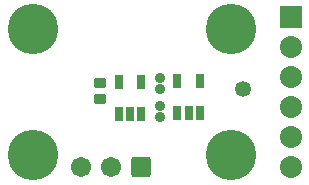
<source format=gts>
G04*
G04 #@! TF.GenerationSoftware,Altium Limited,Altium Designer,22.9.1 (49)*
G04*
G04 Layer_Color=8388736*
%FSLAX44Y44*%
%MOMM*%
G71*
G04*
G04 #@! TF.SameCoordinates,A8B0115D-A14B-43F8-95CD-E385AC25DAC2*
G04*
G04*
G04 #@! TF.FilePolarity,Negative*
G04*
G01*
G75*
%ADD15R,0.8032X1.1532*%
%ADD16R,0.8032X1.2032*%
G04:AMPARAMS|DCode=17|XSize=0.9232mm|YSize=1.0332mm|CornerRadius=0.2816mm|HoleSize=0mm|Usage=FLASHONLY|Rotation=90.000|XOffset=0mm|YOffset=0mm|HoleType=Round|Shape=RoundedRectangle|*
%AMROUNDEDRECTD17*
21,1,0.9232,0.4700,0,0,90.0*
21,1,0.3600,1.0332,0,0,90.0*
1,1,0.5632,0.2350,0.1800*
1,1,0.5632,0.2350,-0.1800*
1,1,0.5632,-0.2350,-0.1800*
1,1,0.5632,-0.2350,0.1800*
%
%ADD17ROUNDEDRECTD17*%
G04:AMPARAMS|DCode=18|XSize=0.7832mm|YSize=0.7832mm|CornerRadius=0.2524mm|HoleSize=0mm|Usage=FLASHONLY|Rotation=270.000|XOffset=0mm|YOffset=0mm|HoleType=Round|Shape=RoundedRectangle|*
%AMROUNDEDRECTD18*
21,1,0.7832,0.2784,0,0,270.0*
21,1,0.2784,0.7832,0,0,270.0*
1,1,0.5048,-0.1392,-0.1392*
1,1,0.5048,-0.1392,0.1392*
1,1,0.5048,0.1392,0.1392*
1,1,0.5048,0.1392,-0.1392*
%
%ADD18ROUNDEDRECTD18*%
%ADD19C,1.3500*%
%ADD20C,1.8644*%
%ADD21R,1.8644X1.8644*%
%ADD22C,4.2672*%
G04:AMPARAMS|DCode=23|XSize=1.7032mm|YSize=1.7032mm|CornerRadius=0.2516mm|HoleSize=0mm|Usage=FLASHONLY|Rotation=180.000|XOffset=0mm|YOffset=0mm|HoleType=Round|Shape=RoundedRectangle|*
%AMROUNDEDRECTD23*
21,1,1.7032,1.2000,0,0,180.0*
21,1,1.2000,1.7032,0,0,180.0*
1,1,0.5032,-0.6000,0.6000*
1,1,0.5032,0.6000,0.6000*
1,1,0.5032,0.6000,-0.6000*
1,1,0.5032,-0.6000,-0.6000*
%
%ADD23ROUNDEDRECTD23*%
%ADD24C,1.7032*%
D15*
X158140Y71120D02*
D03*
X167640D02*
D03*
X177140D02*
D03*
Y98620D02*
D03*
X158140D02*
D03*
D16*
X108610Y97320D02*
D03*
X127610D02*
D03*
Y70320D02*
D03*
X118110D02*
D03*
X108610D02*
D03*
D17*
X92710Y97220D02*
D03*
Y83120D02*
D03*
D18*
X143510Y68270D02*
D03*
Y77470D02*
D03*
Y101120D02*
D03*
Y91920D02*
D03*
D19*
X213360Y91440D02*
D03*
D20*
X254000Y25400D02*
D03*
Y50800D02*
D03*
Y76200D02*
D03*
Y101600D02*
D03*
Y127000D02*
D03*
D21*
Y152400D02*
D03*
D22*
X35560Y35560D02*
D03*
X203200D02*
D03*
Y142240D02*
D03*
X35560D02*
D03*
D23*
X127000Y25400D02*
D03*
D24*
X101600D02*
D03*
X76200D02*
D03*
M02*

</source>
